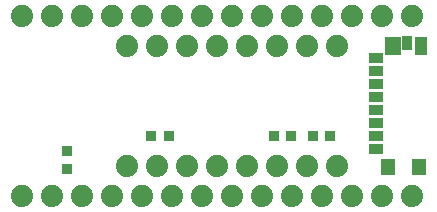
<source format=gts>
G04 #@! TF.FileFunction,Soldermask,Top*
%FSLAX46Y46*%
G04 Gerber Fmt 4.6, Leading zero omitted, Abs format (unit mm)*
G04 Created by KiCad (PCBNEW 4.0.3+e1-6302~38~ubuntu14.04.1-stable) date Mon Aug 29 18:07:44 2016*
%MOMM*%
%LPD*%
G01*
G04 APERTURE LIST*
%ADD10C,0.100000*%
%ADD11C,1.879600*%
%ADD12R,1.052400X1.552400*%
%ADD13R,1.302400X1.352400*%
%ADD14R,1.352400X1.602400*%
%ADD15R,1.152400X0.852400*%
%ADD16R,0.852400X1.152400*%
%ADD17R,0.902400X0.952400*%
%ADD18R,0.952400X0.902400*%
G04 APERTURE END LIST*
D10*
D11*
X119126000Y-90932000D03*
X121666000Y-90932000D03*
X124206000Y-90932000D03*
X126746000Y-90932000D03*
X129286000Y-90932000D03*
X131826000Y-90932000D03*
X134366000Y-90932000D03*
X136906000Y-90932000D03*
X139446000Y-90932000D03*
X141986000Y-90932000D03*
X144526000Y-90932000D03*
X147066000Y-90932000D03*
X149606000Y-90932000D03*
X152146000Y-90932000D03*
X152146000Y-75692000D03*
X144526000Y-75692000D03*
X124206000Y-75692000D03*
X139446000Y-75692000D03*
X141986000Y-75692000D03*
X121666000Y-75692000D03*
X129286000Y-75692000D03*
X119126000Y-75692000D03*
X131826000Y-75692000D03*
X134366000Y-75692000D03*
X136906000Y-75692000D03*
X126746000Y-75692000D03*
X149606000Y-75692000D03*
X147066000Y-75692000D03*
D12*
X152908000Y-78232000D03*
D13*
X152771500Y-88496900D03*
D14*
X150608000Y-78257000D03*
D13*
X150171500Y-88496900D03*
D15*
X149131500Y-85896900D03*
X149131500Y-86996900D03*
X149131500Y-84796900D03*
X149131500Y-83696900D03*
X149131500Y-82596900D03*
X149131500Y-79296900D03*
X149131500Y-80396900D03*
X149131500Y-81496900D03*
D16*
X151758000Y-78032000D03*
D17*
X122936000Y-88646000D03*
X122936000Y-87146000D03*
D18*
X130072000Y-85852000D03*
X131572000Y-85852000D03*
X140462000Y-85852000D03*
X141962000Y-85852000D03*
X143764000Y-85852000D03*
X145264000Y-85852000D03*
D11*
X145796000Y-88392000D03*
X143256000Y-88392000D03*
X140716000Y-88392000D03*
X138176000Y-88392000D03*
X135636000Y-88392000D03*
X133096000Y-88392000D03*
X130556000Y-88392000D03*
X128016000Y-88392000D03*
X128016000Y-78232000D03*
X130556000Y-78232000D03*
X133096000Y-78232000D03*
X135636000Y-78232000D03*
X138176000Y-78232000D03*
X140716000Y-78232000D03*
X143256000Y-78232000D03*
X145796000Y-78232000D03*
M02*

</source>
